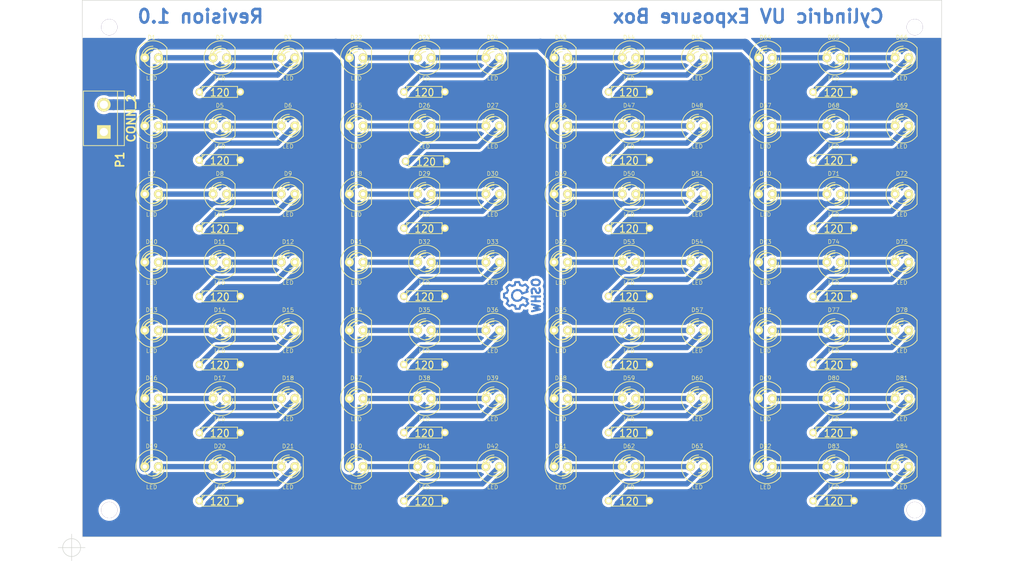
<source format=kicad_pcb>
(kicad_pcb (version 20221018) (generator pcbnew)
  (layers (0 "F.Cu" signal) (31 "B.Cu" signal) (34 "B.Paste" user) (35 "F.Paste" user) (36 "B.SilkS" user "B.Silkscreen") (37 "F.SilkS" user "F.Silkscreen") (38 "B.Mask" user) (39 "F.Mask" user) (44 "Edge.Cuts" user))
  (net 0 "")
  (net 1 "+12V")
  (net 2 "Net-(D1-Pad2)")
  (net 3 "Net-(D2-Pad2)")
  (net 4 "Net-(D3-Pad2)")
  (net 5 "Net-(D7-Pad2)")
  (net 6 "Net-(D8-Pad2)")
  (net 7 "Net-(D9-Pad2)")
  (net 8 "Net-(D13-Pad2)")
  (net 9 "Net-(D14-Pad2)")
  (net 10 "Net-(D15-Pad2)")
  (net 11 "Net-(D19-Pad2)")
  (net 12 "Net-(D20-Pad2)")
  (net 13 "Net-(D21-Pad2)")
  (net 14 "Net-(D25-Pad2)")
  (net 15 "Net-(D26-Pad2)")
  (net 16 "Net-(D27-Pad2)")
  (net 17 "Net-(D31-Pad2)")
  (net 18 "Net-(D32-Pad2)")
  (net 19 "Net-(D33-Pad2)")
  (net 20 "Net-(D37-Pad2)")
  (net 21 "Net-(D38-Pad2)")
  (net 22 "Net-(D39-Pad2)")
  (net 23 "Net-(D43-Pad2)")
  (net 24 "Net-(D44-Pad2)")
  (net 25 "Net-(D45-Pad2)")
  (net 26 "Net-(D49-Pad2)")
  (net 27 "Net-(D50-Pad2)")
  (net 28 "Net-(D51-Pad2)")
  (net 29 "Net-(D55-Pad2)")
  (net 30 "Net-(D56-Pad2)")
  (net 31 "Net-(D57-Pad2)")
  (net 32 "Net-(D61-Pad2)")
  (net 33 "Net-(D62-Pad2)")
  (net 34 "Net-(D63-Pad2)")
  (net 35 "Net-(D67-Pad2)")
  (net 36 "Net-(D68-Pad2)")
  (net 37 "Net-(D69-Pad2)")
  (net 38 "Net-(D73-Pad2)")
  (net 39 "Net-(D74-Pad2)")
  (net 40 "Net-(D75-Pad2)")
  (net 41 "Net-(D79-Pad2)")
  (net 42 "Net-(D80-Pad2)")
  (net 43 "Net-(D81-Pad2)")
  (net 44 "GND")
  (net 45 "Net-(D4-Pad2)")
  (net 46 "Net-(D5-Pad2)")
  (net 47 "Net-(D6-Pad2)")
  (net 48 "Net-(D10-Pad2)")
  (net 49 "Net-(D11-Pad2)")
  (net 50 "Net-(D12-Pad2)")
  (net 51 "Net-(D16-Pad2)")
  (net 52 "Net-(D17-Pad2)")
  (net 53 "Net-(D18-Pad2)")
  (net 54 "Net-(D22-Pad2)")
  (net 55 "Net-(D23-Pad2)")
  (net 56 "Net-(D24-Pad2)")
  (net 57 "Net-(D28-Pad2)")
  (net 58 "Net-(D29-Pad2)")
  (net 59 "Net-(D30-Pad2)")
  (net 60 "Net-(D34-Pad2)")
  (net 61 "Net-(D35-Pad2)")
  (net 62 "Net-(D36-Pad2)")
  (net 63 "Net-(D40-Pad2)")
  (net 64 "Net-(D41-Pad2)")
  (net 65 "Net-(D42-Pad2)")
  (net 66 "Net-(D46-Pad2)")
  (net 67 "Net-(D47-Pad2)")
  (net 68 "Net-(D48-Pad2)")
  (net 69 "Net-(D52-Pad2)")
  (net 70 "Net-(D53-Pad2)")
  (net 71 "Net-(D54-Pad2)")
  (net 72 "Net-(D58-Pad2)")
  (net 73 "Net-(D59-Pad2)")
  (net 74 "Net-(D60-Pad2)")
  (net 75 "Net-(D64-Pad2)")
  (net 76 "Net-(D65-Pad2)")
  (net 77 "Net-(D66-Pad2)")
  (net 78 "Net-(D70-Pad2)")
  (net 79 "Net-(D71-Pad2)")
  (net 80 "Net-(D72-Pad2)")
  (net 81 "Net-(D76-Pad2)")
  (net 82 "Net-(D77-Pad2)")
  (net 83 "Net-(D78-Pad2)")
  (net 84 "Net-(D82-Pad2)")
  (net 85 "Net-(D83-Pad2)")
  (net 86 "Net-(D84-Pad2)")
  (footprint "LEDs:LED-5MM" (layer "F.Cu") (at 34.925 98.425)
    (fp_text reference "D1")
    (fp_text value "LED")
  )
  (footprint "LEDs:LED-5MM" (layer "F.Cu") (at 47.625 98.425)
    (fp_text reference "D2")
    (fp_text value "LED")
  )
  (footprint "LEDs:LED-5MM" (layer "F.Cu") (at 60.325 98.425)
    (fp_text reference "D3")
    (fp_text value "LED")
  )
  (footprint "LEDs:LED-5MM" (layer "F.Cu") (at 34.925 123.825)
    (fp_text reference "D7")
    (fp_text value "LED")
  )
  (footprint "LEDs:LED-5MM" (layer "F.Cu") (at 47.625 123.825)
    (fp_text reference "D8")
    (fp_text value "LED")
  )
  (footprint "LEDs:LED-5MM" (layer "F.Cu") (at 60.325 123.825)
    (fp_text reference "D9")
    (fp_text value "LED")
  )
  (footprint "LEDs:LED-5MM" (layer "F.Cu") (at 34.925 149.225)
    (fp_text reference "D13")
    (fp_text value "LED")
  )
  (footprint "LEDs:LED-5MM" (layer "F.Cu") (at 47.625 149.225)
    (fp_text reference "D14")
    (fp_text value "LED")
  )
  (footprint "LEDs:LED-5MM" (layer "F.Cu") (at 60.325 149.225)
    (fp_text reference "D15")
    (fp_text value "LED")
  )
  (footprint "LEDs:LED-5MM" (layer "F.Cu") (at 34.925 174.625)
    (fp_text reference "D19")
    (fp_text value "LED")
  )
  (footprint "LEDs:LED-5MM" (layer "F.Cu") (at 47.625 174.625)
    (fp_text reference "D20")
    (fp_text value "LED")
  )
  (footprint "LEDs:LED-5MM" (layer "F.Cu") (at 60.325 174.625)
    (fp_text reference "D21")
    (fp_text value "LED")
  )
  (footprint "LEDs:LED-5MM" (layer "F.Cu") (at 73.025 111.125)
    (fp_text reference "D25")
    (fp_text value "LED")
  )
  (footprint "LEDs:LED-5MM" (layer "F.Cu") (at 85.725 111.125)
    (fp_text reference "D26")
    (fp_text value "LED")
  )
  (footprint "LEDs:LED-5MM" (layer "F.Cu") (at 98.425 111.125)
    (fp_text reference "D27")
    (fp_text value "LED")
  )
  (footprint "LEDs:LED-5MM" (layer "F.Cu") (at 73.025 136.525)
    (fp_text reference "D31")
    (fp_text value "LED")
  )
  (footprint "LEDs:LED-5MM" (layer "F.Cu") (at 85.725 136.525)
    (fp_text reference "D32")
    (fp_text value "LED")
  )
  (footprint "LEDs:LED-5MM" (layer "F.Cu") (at 98.425 136.525)
    (fp_text reference "D33")
    (fp_text value "LED")
  )
  (footprint "LEDs:LED-5MM" (layer "F.Cu") (at 73.025 161.925)
    (fp_text reference "D37")
    (fp_text value "LED")
  )
  (footprint "LEDs:LED-5MM" (layer "F.Cu") (at 85.725 161.925)
    (fp_text reference "D38")
    (fp_text value "LED")
  )
  (footprint "LEDs:LED-5MM" (layer "F.Cu") (at 98.425 161.925)
    (fp_text reference "D39")
    (fp_text value "LED")
  )
  (footprint "LEDs:LED-5MM" (layer "F.Cu") (at 111.125 98.425)
    (fp_text reference "D43")
    (fp_text value "LED")
  )
  (footprint "LEDs:LED-5MM" (layer "F.Cu") (at 123.825 98.425)
    (fp_text reference "D44")
    (fp_text value "LED")
  )
  (footprint "LEDs:LED-5MM" (layer "F.Cu") (at 136.525 98.425)
    (fp_text reference "D45")
    (fp_text value "LED")
  )
  (footprint "LEDs:LED-5MM" (layer "F.Cu") (at 111.125 123.825)
    (fp_text reference "D49")
    (fp_text value "LED")
  )
  (footprint "LEDs:LED-5MM" (layer "F.Cu") (at 123.825 123.825)
    (fp_text reference "D50")
    (fp_text value "LED")
  )
  (footprint "LEDs:LED-5MM" (layer "F.Cu") (at 136.525 123.825)
    (fp_text reference "D51")
    (fp_text value "LED")
  )
  (footprint "LEDs:LED-5MM" (layer "F.Cu") (at 111.125 149.225)
    (fp_text reference "D55")
    (fp_text value "LED")
  )
  (footprint "LEDs:LED-5MM" (layer "F.Cu") (at 123.825 149.225)
    (fp_text reference "D56")
    (fp_text value "LED")
  )
  (footprint "LEDs:LED-5MM" (layer "F.Cu") (at 136.525 149.225)
    (fp_text reference "D57")
    (fp_text value "LED")
  )
  (footprint "LEDs:LED-5MM" (layer "F.Cu") (at 111.125 174.625)
    (fp_text reference "D61")
    (fp_text value "LED")
  )
  (footprint "LEDs:LED-5MM" (layer "F.Cu") (at 123.825 174.625)
    (fp_text reference "D62")
    (fp_text value "LED")
  )
  (footprint "LEDs:LED-5MM" (layer "F.Cu") (at 136.525 174.625)
    (fp_text reference "D63")
    (fp_text value "LED")
  )
  (footprint "LEDs:LED-5MM" (layer "F.Cu") (at 149.225 111.125)
    (fp_text reference "D67")
    (fp_text value "LED")
  )
  (footprint "LEDs:LED-5MM" (layer "F.Cu") (at 161.925 111.125)
    (fp_text reference "D68")
    (fp_text value "LED")
  )
  (footprint "LEDs:LED-5MM" (layer "F.Cu") (at 174.625 111.125)
    (fp_text reference "D69")
    (fp_text value "LED")
  )
  (footprint "LEDs:LED-5MM" (layer "F.Cu") (at 149.225 136.525)
    (fp_text reference "D73")
    (fp_text value "LED")
  )
  (footprint "LEDs:LED-5MM" (layer "F.Cu") (at 161.925 136.525)
    (fp_text reference "D74")
    (fp_text value "LED")
  )
  (footprint "LEDs:LED-5MM" (layer "F.Cu") (at 174.625 136.525)
    (fp_text reference "D75")
    (fp_text value "LED")
  )
  (footprint "LEDs:LED-5MM" (layer "F.Cu") (at 149.225 161.925)
    (fp_text reference "D79")
    (fp_text value "LED")
  )
  (footprint "LEDs:LED-5MM" (layer "F.Cu") (at 161.925 161.925)
    (fp_text reference "D80")
    (fp_text value "LED")
  )
  (footprint "LEDs:LED-5MM" (layer "F.Cu") (at 174.625 161.925)
    (fp_text reference "D81")
    (fp_text value "LED")
  )
  (footprint "Discret:R3" (layer "F.Cu") (at 47.625 130.1877)
    (fp_text reference "R3" hide)
    (fp_text value "120")
  )
  (footprint "Discret:R3" (layer "F.Cu") (at 47.625 155.5877)
    (fp_text reference "R5" hide)
    (fp_text value "120")
  )
  (footprint "Discret:R3" (layer "F.Cu") (at 47.625 180.9877)
    (fp_text reference "R7" hide)
    (fp_text value "120")
  )
  (footprint "Discret:R3" (layer "F.Cu") (at 86.035 117.7114)
    (fp_text reference "R9" hide)
    (fp_text value "120")
  )
  (footprint "Discret:R3" (layer "F.Cu") (at 85.725 142.875)
    (fp_text reference "R11" hide)
    (fp_text value "120")
  )
  (footprint "Discret:R3" (layer "F.Cu") (at 85.725 168.275)
    (fp_text reference "R13" hide)
    (fp_text value "120")
  )
  (footprint "Discret:R3" (layer "F.Cu") (at 123.825 104.775)
    (fp_text reference "R15" hide)
    (fp_text value "120")
  )
  (footprint "Discret:R3" (layer "F.Cu") (at 123.825 130.175)
    (fp_text reference "R17" hide)
    (fp_text value "120")
  )
  (footprint "Discret:R3" (layer "F.Cu") (at 123.825 155.575)
    (fp_text reference "R19" hide)
    (fp_text value "120")
  )
  (footprint "Discret:R3" (layer "F.Cu") (at 123.825 180.975)
    (fp_text reference "R21" hide)
    (fp_text value "120")
  )
  (footprint "Discret:R3" (layer "F.Cu") (at 161.925 117.475)
    (fp_text reference "R23" hide)
    (fp_text value "120")
  )
  (footprint "Discret:R3" (layer "F.Cu") (at 161.925 142.875)
    (fp_text reference "R25" hide)
    (fp_text value "120")
  )
  (footprint "Discret:R3" (layer "F.Cu") (at 161.925 168.275)
    (fp_text reference "R27" hide)
    (fp_text value "120")
  )
  (footprint "LEDs:LED-5MM" (layer "F.Cu") (at 34.925 111.125)
    (fp_text reference "D4")
    (fp_text value "LED")
  )
  (footprint "LEDs:LED-5MM" (layer "F.Cu") (at 47.625 111.125)
    (fp_text reference "D5")
    (fp_text value "LED")
  )
  (footprint "LEDs:LED-5MM" (layer "F.Cu") (at 60.325 111.125)
    (fp_text reference "D6")
    (fp_text value "LED")
  )
  (footprint "LEDs:LED-5MM" (layer "F.Cu") (at 34.925 136.525)
    (fp_text reference "D10")
    (fp_text value "LED")
  )
  (footprint "LEDs:LED-5MM" (layer "F.Cu") (at 47.625 136.525)
    (fp_text reference "D11")
    (fp_text value "LED")
  )
  (footprint "LEDs:LED-5MM" (layer "F.Cu") (at 60.325 136.525)
    (fp_text reference "D12")
    (fp_text value "LED")
  )
  (footprint "LEDs:LED-5MM" (layer "F.Cu") (at 34.925 161.925)
    (fp_text reference "D16")
    (fp_text value "LED")
  )
  (footprint "LEDs:LED-5MM" (layer "F.Cu") (at 47.625 161.925)
    (fp_text reference "D17")
    (fp_text value "LED")
  )
  (footprint "LEDs:LED-5MM" (layer "F.Cu") (at 60.325 161.925)
    (fp_text reference "D18")
    (fp_text value "LED")
  )
  (footprint "LEDs:LED-5MM" (layer "F.Cu") (at 73.025 98.425)
    (fp_text reference "D22")
    (fp_text value "LED")
  )
  (footprint "LEDs:LED-5MM" (layer "F.Cu") (at 85.725 98.425)
    (fp_text reference "D23")
    (fp_text value "LED")
  )
  (footprint "LEDs:LED-5MM" (layer "F.Cu") (at 98.425 98.425)
    (fp_text reference "D24")
    (fp_text value "LED")
  )
  (footprint "LEDs:LED-5MM" (layer "F.Cu") (at 73.025 123.825)
    (fp_text reference "D28")
    (fp_text value "LED")
  )
  (footprint "LEDs:LED-5MM" (layer "F.Cu") (at 85.725 123.825)
    (fp_text reference "D29")
    (fp_text value "LED")
  )
  (footprint "LEDs:LED-5MM" (layer "F.Cu") (at 98.425 123.825)
    (fp_text reference "D30")
    (fp_text value "LED")
  )
  (footprint "LEDs:LED-5MM" (layer "F.Cu") (at 73.025 149.225)
    (fp_text reference "D34")
    (fp_text value "LED")
  )
  (footprint "LEDs:LED-5MM" (layer "F.Cu") (at 85.725 149.225)
    (fp_text reference "D35")
    (fp_text value "LED")
  )
  (footprint "LEDs:LED-5MM" (layer "F.Cu") (at 98.425 149.225)
    (fp_text reference "D36")
    (fp_text value "LED")
  )
  (footprint "LEDs:LED-5MM" (layer "F.Cu") (at 73.025 174.625)
    (fp_text reference "D40")
    (fp_text value "LED")
  )
  (footprint "LEDs:LED-5MM" (layer "F.Cu") (at 85.725 174.625)
    (fp_text reference "D41")
    (fp_text value "LED")
  )
  (footprint "LEDs:LED-5MM" (layer "F.Cu") (at 98.425 174.625)
    (fp_text reference "D42")
    (fp_text value "LED")
  )
  (footprint "LEDs:LED-5MM" (layer "F.Cu") (at 111.125 111.125)
    (fp_text reference "D46")
    (fp_text value "LED")
  )
  (footprint "LEDs:LED-5MM" (layer "F.Cu") (at 123.825 111.125)
    (fp_text reference "D47")
    (fp_text value "LED")
  )
  (footprint "LEDs:LED-5MM" (layer "F.Cu") (at 136.525 111.125)
    (fp_text reference "D48")
    (fp_text value "LED")
  )
  (footprint "LEDs:LED-5MM" (layer "F.Cu") (at 111.125 136.525)
    (fp_text reference "D52")
    (fp_text value "LED")
  )
  (footprint "LEDs:LED-5MM" (layer "F.Cu") (at 123.825 136.525)
    (fp_text reference "D53")
    (fp_text value "LED")
  )
  (footprint "LEDs:LED-5MM" (layer "F.Cu") (at 136.525 136.525)
    (fp_text reference "D54")
    (fp_text value "LED")
  )
  (footprint "LEDs:LED-5MM" (layer "F.Cu") (at 111.125 161.925)
    (fp_text reference "D58")
    (fp_text value "LED")
  )
  (footprint "LEDs:LED-5MM" (layer "F.Cu") (at 123.825 161.925)
    (fp_text reference "D59")
    (fp_text value "LED")
  )
  (footprint "LEDs:LED-5MM" (layer "F.Cu") (at 136.525 161.925)
    (fp_text reference "D60")
    (fp_text value "LED")
  )
  (footprint "LEDs:LED-5MM" (layer "F.Cu") (at 149.225 98.425)
    (fp_text reference "D64")
    (fp_text value "LED")
  )
  (footprint "LEDs:LED-5MM" (layer "F.Cu") (at 161.925 98.425)
    (fp_text reference "D65")
    (fp_text value "LED")
  )
  (footprint "LEDs:LED-5MM" (layer "F.Cu") (at 174.625 98.425)
    (fp_text reference "D66")
    (fp_text value "LED")
  )
  (footprint "LEDs:LED-5MM" (layer "F.Cu") (at 149.225 123.825)
    (fp_text reference "D70")
    (fp_text value "LED")
  )
  (footprint "LEDs:LED-5MM" (layer "F.Cu") (at 161.925 123.825)
    (fp_text reference "D71")
    (fp_text value "LED")
  )
  (footprint "LEDs:LED-5MM" (layer "F.Cu") (at 174.625 123.825)
    (fp_text reference "D72")
    (fp_text value "LED")
  )
  (footprint "LEDs:LED-5MM" (layer "F.Cu") (at 149.225 149.225)
    (fp_text reference "D76")
    (fp_text value "LED")
  )
  (footprint "LEDs:LED-5MM" (layer "F.Cu") (at 161.925 149.225)
    (fp_text reference "D77")
    (fp_text value "LED")
  )
  (footprint "LEDs:LED-5MM" (layer "F.Cu") (at 174.625 149.225)
    (fp_text reference "D78")
    (fp_text value "LED")
  )
  (footprint "LEDs:LED-5MM" (layer "F.Cu") (at 149.225 174.625)
    (fp_text reference "D82")
    (fp_text value "LED")
  )
  (footprint "LEDs:LED-5MM" (layer "F.Cu") (at 161.925 174.625)
    (fp_text reference "D83")
    (fp_text value "LED")
  )
  (footprint "LEDs:LED-5MM" (layer "F.Cu") (at 174.625 174.625)
    (fp_text reference "D84")
    (fp_text value "LED")
  )
  (footprint "Discret:R3" (layer "F.Cu") (at 47.625 142.8877)
    (fp_text reference "R4" hide)
    (fp_text value "120")
  )
  (footprint "Discret:R3" (layer "F.Cu") (at 47.625 168.2877)
    (fp_text reference "R6" hide)
    (fp_text value "120")
  )
  (footprint "Discret:R3" (layer "F.Cu") (at 85.725 104.775)
    (fp_text reference "R8" hide)
    (fp_text value "120")
  )
  (footprint "Discret:R3" (layer "F.Cu") (at 85.725 130.175)
    (fp_text reference "R10" hide)
    (fp_text value "120")
  )
  (footprint "Discret:R3" (layer "F.Cu") (at 85.725 155.575)
    (fp_text reference "R12" hide)
    (fp_text value "120")
  )
  (footprint "Discret:R3" (layer "F.Cu") (at 85.725 181.0004)
    (fp_text reference "R14" hide)
    (fp_text value "120")
  )
  (footprint "Discret:R3" (layer "F.Cu") (at 123.825 117.475)
    (fp_text reference "R16" hide)
    (fp_text value "120")
  )
  (footprint "Discret:R3" (layer "F.Cu") (at 123.825 142.875)
    (fp_text reference "R18" hide)
    (fp_text value "120")
  )
  (footprint "Discret:R3" (layer "F.Cu") (at 123.825 168.275)
    (fp_text reference "R20" hide)
    (fp_text value "120")
  )
  (footprint "Discret:R3" (layer "F.Cu") (at 161.925 130.175)
    (fp_text reference "R24" hide)
    (fp_text value "120")
  )
  (footprint "Discret:R3" (layer "F.Cu") (at 161.925 155.575)
    (fp_text reference "R26" hide)
    (fp_text value "120")
  )
  (footprint "Discret:R3" (layer "F.Cu") (at 161.925 180.975)
    (fp_text reference "R28" hide)
    (fp_text value "120")
  )
  (footprint "Discret:R3" (layer "F.Cu") (at 47.625 104.7877)
    (fp_text reference "R1" hide)
    (fp_text value "120")
  )
  (footprint "Discret:R3" (layer "F.Cu") (at 47.625 117.4877)
    (fp_text reference "R2" hide)
    (fp_text value "120")
  )
  (footprint "Connect:bornier2" (layer "F.Cu") (at 26.035 109.7114 90)
    (fp_text reference "P1")
    (fp_text value "CONN_2")
  )
  (footprint "Discret:R3" (layer "F.Cu") (at 161.925 104.8004)
    (fp_text reference "R22" hide)
    (fp_text value "120")
  )
  (footprint "Mounting_Holes:MountingHole_3mm" (layer "F.Cu") (at 177.035 182.7114)
    (fp_text reference "MountingHole_3mm")
    (fp_text value "VAL**" hide)
  )
  (footprint "Mounting_Holes:MountingHole_3mm" (layer "F.Cu") (at 177.035 92.7114)
    (fp_text reference "MountingHole_3mm")
    (fp_text value "VAL**" hide)
  )
  (footprint "Mounting_Holes:MountingHole_3mm" (layer "F.Cu") (at 27.035 92.7114)
    (fp_text reference "MountingHole_3mm")
    (fp_text value "VAL**" hide)
  )
  (footprint "Mounting_Holes:MountingHole_3mm" (layer "F.Cu") (at 27.035 182.7114)
    (fp_text reference "MountingHole_3mm")
    (fp_text value "VAL**" hide)
  )
  (footprint "Symbols:Symbol_OSHW-Logo_CopperTop" (layer "B.Cu") (at 103.035 142.7114 -90)
    (fp_text reference "Symbol_OSHW-Logo_CopperTop" hide)
    (fp_text value "VAL**" hide)
  )
  (gr_line (start 22.03 87.706) (end 22.03 187.706) (stroke (width 0.1)) (layer "Edge.Cuts"))
  (gr_line (start 182.03 87.706) (end 22.03 87.706) (stroke (width 0.1)) (layer "Edge.Cuts"))
  (gr_line (start 22.03 187.706) (end 182.03 187.706) (stroke (width 0.1)) (layer "Edge.Cuts"))
  (gr_line (start 182.03 187.706) (end 182.03 87.706) (stroke (width 0.1)) (layer "Edge.Cuts"))
  (gr_text "Revision 1.0" (at 44.035 90.7114) (layer "B.Cu") (effects (font (size 2.5 2.5) (thickness 0.5)) (justify mirror)))
  (gr_text "Cylindric UV Exposure Box" (at 146.035 90.7114) (layer "B.Cu") (effects (font (size 2.5 2.5) (thickness 0.5)) (justify mirror)))
  (target plus (at 20.035 189.7114) (size 5) (width 0.1) (layer "Edge.Cuts"))
  (segment (start 33.655 136.525) (end 33.655 149.225) (width 2) (layer "B.Cu") (net 1))
  (segment (start 33.655 149.225) (end 33.655 161.925) (width 2) (layer "B.Cu") (net 1))
  (segment (start 33.655 161.925) (end 33.655 174.625) (width 2) (layer "B.Cu") (net 1))
  (segment (start 71.755 111.125) (end 71.755 123.825) (width 2) (layer "B.Cu") (net 1))
  (segment (start 71.755 123.825) (end 71.755 136.525) (width 2) (layer "B.Cu") (net 1))
  (segment (start 71.755 136.525) (end 71.755 149.225) (width 2) (layer "B.Cu") (net 1))
  (segment (start 71.755 149.225) (end 71.755 161.925) (width 2) (layer "B.Cu") (net 1))
  (segment (start 71.755 161.925) (end 71.755 174.625) (width 2) (layer "B.Cu") (net 1))
  (segment (start 36.195 95.885) (end 69.215 95.885) (width 2) (layer "B.Cu") (net 1))
  (segment (start 69.215 95.885) (end 71.755 98.425) (width 2) (layer "B.Cu") (net 1))
  (segment (start 107.315 95.885) (end 109.855 98.425) (width 2) (layer "B.Cu") (net 1))
  (segment (start 145.415 95.885) (end 147.955 98.425) (width 2) (layer "B.Cu") (net 1))
  (segment (start 109.855 123.825) (end 109.855 136.525) (width 2) (layer "B.Cu") (net 1))
  (segment (start 109.855 136.525) (end 109.855 149.225) (width 2) (layer "B.Cu") (net 1))
  (segment (start 109.855 149.225) (end 109.855 161.925) (width 2) (layer "B.Cu") (net 1))
  (segment (start 109.855 161.925) (end 109.855 174.625) (width 2) (layer "B.Cu") (net 1))
  (segment (start 147.955 136.525) (end 147.955 149.225) (width 2) (layer "B.Cu") (net 1))
  (segment (start 147.955 149.225) (end 147.955 161.925) (width 2) (layer "B.Cu") (net 1))
  (segment (start 33.655 98.425) (end 33.655 97.239607) (width 2) (layer "B.Cu") (net 1))
  (segment (start 147.955 123.825) (end 147.955 136.525) (width 2) (layer "B.Cu") (net 1))
  (segment (start 33.655 97.239607) (end 35.009607 95.885) (width 2) (layer "B.Cu") (net 1))
  (segment (start 107.315 95.885) (end 145.415 95.885) (width 2) (layer "B.Cu") (net 1))
  (segment (start 109.855 111.125) (end 109.855 123.825) (width 2) (layer "B.Cu") (net 1))
  (segment (start 33.655 123.825) (end 33.655 136.525) (width 2) (layer "B.Cu") (net 1))
  (segment (start 33.655 98.425) (end 33.655 107.1626) (width 2) (layer "B.Cu") (net 1))
  (segment (start 147.955 161.925) (end 147.955 174.625) (width 2) (layer "B.Cu") (net 1))
  (segment (start 71.755 98.425) (end 71.755 111.125) (width 2) (layer "B.Cu") (net 1))
  (segment (start 109.855 98.425) (end 109.855 111.125) (width 2) (layer "B.Cu") (net 1))
  (segment (start 35.009607 95.885) (end 36.195 95.885) (width 2) (layer "B.Cu") (net 1))
  (segment (start 69.215 95.885) (end 107.315 95.885) (width 2) (layer "B.Cu") (net 1))
  (segment (start 147.955 111.125) (end 147.955 123.825) (width 2) (layer "B.Cu") (net 1))
  (segment (start 147.955 98.425) (end 147.955 111.125) (width 2) (layer "B.Cu") (net 1))
  (segment (start 27.831051 107.1714) (end 27.839851 107.1626) (width 2) (layer "B.Cu") (net 1))
  (segment (start 26.035 107.1714) (end 27.831051 107.1714) (width 2) (layer "B.Cu") (net 1))
  (segment (start 33.655 107.1626) (end 33.655 111.125) (width 2) (layer "B.Cu") (net 1))
  (segment (start 27.839851 107.1626) (end 33.655 107.1626) (width 2) (layer "B.Cu") (net 1))
  (segment (start 33.655 111.125) (end 33.655 123.825) (width 2) (layer "B.Cu") (net 1))
  (segment (start 36.195 98.425) (end 46.355 98.425) (width 1) (layer "B.Cu") (net 2))
  (segment (start 48.895 98.425) (end 59.055 98.425) (width 1) (layer "B.Cu") (net 3))
  (segment (start 58.3946 101.6254) (end 46.9773 101.6254) (width 1) (layer "B.Cu") (net 4))
  (segment (start 46.9773 101.6254) (end 44.513499 104.089201) (width 1) (layer "B.Cu") (net 4))
  (segment (start 44.513499 104.089201) (end 43.815 104.7877) (width 1) (layer "B.Cu") (net 4))
  (segment (start 61.595 98.425) (end 58.3946 101.6254) (width 1) (layer "B.Cu") (net 4))
  (segment (start 36.195 123.825) (end 46.355 123.825) (width 1) (layer "B.Cu") (net 5))
  (segment (start 59.055 123.825) (end 48.895 123.825) (width 1) (layer "B.Cu") (net 6))
  (segment (start 44.513499 129.489201) (end 43.815 130.1877) (width 1) (layer "B.Cu") (net 7))
  (segment (start 47.1043 126.8984) (end 44.513499 129.489201) (width 1) (layer "B.Cu") (net 7))
  (segment (start 58.5216 126.8984) (end 47.1043 126.8984) (width 1) (layer "B.Cu") (net 7))
  (segment (start 61.595 123.825) (end 58.5216 126.8984) (width 1) (layer "B.Cu") (net 7))
  (segment (start 36.195 149.225) (end 46.355 149.225) (width 1) (layer "B.Cu") (net 8))
  (segment (start 48.895 149.225) (end 59.055 149.225) (width 1) (layer "B.Cu") (net 9))
  (segment (start 61.595 149.225) (end 58.3946 152.4254) (width 1) (layer "B.Cu") (net 10))
  (segment (start 58.3946 152.4254) (end 46.9773 152.4254) (width 1) (layer "B.Cu") (net 10))
  (segment (start 44.513499 154.889201) (end 43.815 155.5877) (width 1) (layer "B.Cu") (net 10))
  (segment (start 46.9773 152.4254) (end 44.513499 154.889201) (width 1) (layer "B.Cu") (net 10))
  (segment (start 36.195 174.625) (end 46.355 174.625) (width 1) (layer "B.Cu") (net 11))
  (segment (start 48.895 174.625) (end 59.055 174.625) (width 1) (layer "B.Cu") (net 12))
  (segment (start 61.595 174.625) (end 58.3946 177.8254) (width 1) (layer "B.Cu") (net 13))
  (segment (start 58.3946 177.8254) (end 46.9773 177.8254) (width 1) (layer "B.Cu") (net 13))
  (segment (start 44.513499 180.289201) (end 43.815 180.9877) (width 1) (layer "B.Cu") (net 13))
  (segment (start 46.9773 177.8254) (end 44.513499 180.289201) (width 1) (layer "B.Cu") (net 13))
  (segment (start 74.295 111.125) (end 84.455 111.125) (width 1) (layer "B.Cu") (net 14))
  (segment (start 86.995 111.125) (end 97.155 111.125) (width 1) (layer "B.Cu") (net 15))
  (segment (start 95.8596 114.9604) (end 85.6996 114.9604) (width 1) (layer "B.Cu") (net 16))
  (segment (start 82.613499 118.046501) (end 82.225 117.7114) (width 1) (layer "B.Cu") (net 16))
  (segment (start 85.6996 114.9604) (end 82.613499 118.046501) (width 1) (layer "B.Cu") (net 16))
  (segment (start 99.695 111.125) (end 95.8596 114.9604) (width 1) (layer "B.Cu") (net 16))
  (segment (start 74.295 136.525) (end 84.455 136.525) (width 1) (layer "B.Cu") (net 17))
  (segment (start 86.995 136.525) (end 97.155 136.525) (width 1) (layer "B.Cu") (net 18))
  (segment (start 96.4946 139.7254) (end 85.0646 139.7254) (width 1) (layer "B.Cu") (net 19))
  (segment (start 99.695 136.525) (end 96.4946 139.7254) (width 1) (layer "B.Cu") (net 19))
  (segment (start 82.613499 142.176501) (end 81.915 142.875) (width 1) (layer "B.Cu") (net 19))
  (segment (start 85.0646 139.7254) (end 82.613499 142.176501) (width 1) (layer "B.Cu") (net 19))
  (segment (start 74.295 161.925) (end 84.455 161.925) (width 1) (layer "B.Cu") (net 20))
  (segment (start 86.995 161.925) (end 97.155 161.925) (width 1) (layer "B.Cu") (net 21))
  (segment (start 99.695 161.925) (end 96.4946 165.1254) (width 1) (layer "B.Cu") (net 22))
  (segment (start 85.0646 165.1254) (end 82.613499 167.576501) (width 1) (layer "B.Cu") (net 22))
  (segment (start 82.613499 167.576501) (end 81.915 168.275) (width 1) (layer "B.Cu") (net 22))
  (segment (start 96.4946 165.1254) (end 85.0646 165.1254) (width 1) (layer "B.Cu") (net 22))
  (segment (start 112.395 98.425) (end 122.555 98.425) (width 1) (layer "B.Cu") (net 23))
  (segment (start 125.095 98.425) (end 135.255 98.425) (width 1) (layer "B.Cu") (net 24))
  (segment (start 123.1646 101.6254) (end 120.713499 104.076501) (width 1) (layer "B.Cu") (net 25))
  (segment (start 134.5946 101.6254) (end 123.1646 101.6254) (width 1) (layer "B.Cu") (net 25))
  (segment (start 120.713499 104.076501) (end 120.015 104.775) (width 1) (layer "B.Cu") (net 25))
  (segment (start 137.795 98.425) (end 134.5946 101.6254) (width 1) (layer "B.Cu") (net 25))
  (segment (start 112.395 123.825) (end 122.555 123.825) (width 1) (layer "B.Cu") (net 26))
  (segment (start 125.095 123.825) (end 135.255 123.825) (width 1) (layer "B.Cu") (net 27))
  (segment (start 134.5946 127.0254) (end 123.1646 127.0254) (width 1) (layer "B.Cu") (net 28))
  (segment (start 137.795 123.825) (end 134.5946 127.0254) (width 1) (layer "B.Cu") (net 28))
  (segment (start 123.1646 127.0254) (end 120.713499 129.476501) (width 1) (layer "B.Cu") (net 28))
  (segment (start 120.713499 129.476501) (end 120.015 130.175) (width 1) (layer "B.Cu") (net 28))
  (segment (start 112.395 149.225) (end 122.555 149.225) (width 1) (layer "B.Cu") (net 29))
  (segment (start 125.095 149.225) (end 135.255 149.225) (width 1) (layer "B.Cu") (net 30))
  (segment (start 123.1646 152.4254) (end 120.713499 154.876501) (width 1) (layer "B.Cu") (net 31))
  (segment (start 120.713499 154.876501) (end 120.015 155.575) (width 1) (layer "B.Cu") (net 31))
  (segment (start 134.5946 152.4254) (end 123.1646 152.4254) (width 1) (layer "B.Cu") (net 31))
  (segment (start 137.795 149.225) (end 134.5946 152.4254) (width 1) (layer "B.Cu") (net 31))
  (segment (start 122.555 174.625) (end 112.395 174.625) (width 1) (layer "B.Cu") (net 32))
  (segment (start 125.095 174.625) (end 135.255 174.625) (width 1) (layer "B.Cu") (net 33))
  (segment (start 137.795 174.625) (end 134.5946 177.8254) (width 1) (layer "B.Cu") (net 34))
  (segment (start 123.1646 177.8254) (end 120.713499 180.276501) (width 1) (layer "B.Cu") (net 34))
  (segment (start 134.5946 177.8254) (end 123.1646 177.8254) (width 1) (layer "B.Cu") (net 34))
  (segment (start 120.713499 180.276501) (end 120.015 180.975) (width 1) (layer "B.Cu") (net 34))
  (segment (start 150.495 111.125) (end 160.655 111.125) (width 1) (layer "B.Cu") (net 35))
  (segment (start 163.195 111.125) (end 173.355 111.125) (width 1) (layer "B.Cu") (net 36))
  (segment (start 175.895 111.125) (end 172.6946 114.3254) (width 1) (layer "B.Cu") (net 37))
  (segment (start 161.2646 114.3254) (end 158.813499 116.776501) (width 1) (layer "B.Cu") (net 37))
  (segment (start 158.813499 116.776501) (end 158.115 117.475) (width 1) (layer "B.Cu") (net 37))
  (segment (start 172.6946 114.3254) (end 161.2646 114.3254) (width 1) (layer "B.Cu") (net 37))
  (segment (start 150.495 136.525) (end 160.655 136.525) (width 1) (layer "B.Cu") (net 38))
  (segment (start 163.195 136.525) (end 173.355 136.525) (width 1) (layer "B.Cu") (net 39))
  (segment (start 158.813499 142.176501) (end 158.115 142.875) (width 1) (layer "B.Cu") (net 40))
  (segment (start 161.2646 139.7254) (end 158.813499 142.176501) (width 1) (layer "B.Cu") (net 40))
  (segment (start 172.6946 139.7254) (end 161.2646 139.7254) (width 1) (layer "B.Cu") (net 40))
  (segment (start 175.895 136.525) (end 172.6946 139.7254) (width 1) (layer "B.Cu") (net 40))
  (segment (start 160.655 161.925) (end 150.495 161.925) (width 1) (layer "B.Cu") (net 41))
  (segment (start 163.195 161.925) (end 173.355 161.925) (width 1) (layer "B.Cu") (net 42))
  (segment (start 172.6946 165.1254) (end 161.2646 165.1254) (width 1) (layer "B.Cu") (net 43))
  (segment (start 161.2646 165.1254) (end 158.813499 167.576501) (width 1) (layer "B.Cu") (net 43))
  (segment (start 175.895 161.925) (end 172.6946 165.1254) (width 1) (layer "B.Cu") (net 43))
  (segment (start 158.813499 167.576501) (end 158.115 168.275) (width 1) (layer "B.Cu") (net 43))
  (segment (start 128.622828 180.975) (end 127.635 180.975) (width 2) (layer "B.Cu") (net 44))
  (segment (start 171.901458 117.475) (end 166.722828 117.475) (width 2) (layer "B.Cu") (net 44))
  (segment (start 51.435 180.9877) (end 51.435 183.46166) (width 2) (layer "B.Cu") (net 44))
  (segment (start 133.801458 142.875) (end 128.622828 142.875) (width 2) (layer "B.Cu") (net 44))
  (segment (start 101.787201 148.220743) (end 101.787201 150.229257) (width 2) (layer "B.Cu") (net 44))
  (segment (start 58.328758 142.8877) (end 52.422828 142.8877) (width 2) (layer "B.Cu") (net 44))
  (segment (start 177.487201 111.889257) (end 171.901458 117.475) (width 1) (layer "B.Cu") (net 44))
  (segment (start 177.487201 124.589257) (end 171.901458 130.175) (width 1) (layer "B.Cu") (net 44))
  (segment (start 51.435 130.1877) (end 58.354158 130.1877) (width 2) (layer "B.Cu") (net 44))
  (segment (start 58.328758 142.8877) (end 63.687201 148.246143) (width 2) (layer "B.Cu") (net 44))
  (segment (start 96.441458 168.275) (end 101.787201 173.620743) (width 2) (layer "B.Cu") (net 44))
  (segment (start 52.422828 180.9877) (end 51.435 180.9877) (width 2) (layer "B.Cu") (net 44))
  (segment (start 177.487201 123.060743) (end 177.487201 124.589257) (width 1) (layer "B.Cu") (net 44))
  (segment (start 58.328758 168.2877) (end 52.422828 168.2877) (width 2) (layer "B.Cu") (net 44))
  (segment (start 57.588758 168.2877) (end 52.422828 168.2877) (width 1) (layer "B.Cu") (net 44))
  (segment (start 177.487201 175.389257) (end 171.901458 180.975) (width 1) (layer "B.Cu") (net 44))
  (segment (start 51.435 155.5877) (end 58.354158 155.5877) (width 2) (layer "B.Cu") (net 44))
  (segment (start 51.435 142.8877) (end 57.614158 142.8877) (width 2) (layer "B.Cu") (net 44))
  (segment (start 101.787201 160.920743) (end 101.787201 162.929257) (width 2) (layer "B.Cu") (net 44))
  (segment (start 171.901458 180.975) (end 166.722828 180.975) (width 2) (layer "B.Cu") (net 44))
  (segment (start 127.635 142.875) (end 134.541458 142.875) (width 2) (layer "B.Cu") (net 44))
  (segment (start 57.588758 155.5877) (end 52.422828 155.5877) (width 2) (layer "B.Cu") (net 44))
  (segment (start 96.205058 117.7114) (end 90.832828 117.7114) (width 2) (layer "B.Cu") (net 44))
  (segment (start 127.635 155.575) (end 133.801458 155.575) (width 2) (layer "B.Cu") (net 44))
  (segment (start 37.035 183.7114) (end 51.18526 183.7114) (width 2) (layer "B.Cu") (net 44))
  (segment (start 134.541458 142.875) (end 128.622828 142.875) (width 2) (layer "B.Cu") (net 44))
  (segment (start 139.887201 173.620743) (end 134.541458 168.275) (width 2) (layer "B.Cu") (net 44))
  (segment (start 89.535 181.0004) (end 89.535 183.36006) (width 2) (layer "B.Cu") (net 44))
  (segment (start 166.722828 168.275) (end 165.735 168.275) (width 2) (layer "B.Cu") (net 44))
  (segment (start 133.801458 155.575) (end 139.387201 149.989257) (width 1) (layer "B.Cu") (net 44))
  (segment (start 134.541458 142.875) (end 139.887201 148.220743) (width 2) (layer "B.Cu") (net 44))
  (segment (start 165.735 104.8004) (end 172.666858 104.8004) (width 2) (layer "B.Cu") (net 44))
  (segment (start 58.328758 142.8877) (end 57.588758 142.8877) (width 2) (layer "B.Cu") (net 44))
  (segment (start 172.666858 104.8004) (end 177.987201 110.120743) (width 2) (layer "B.Cu") (net 44))
  (segment (start 177.987201 150.229257) (end 172.641458 155.575) (width 2) (layer "B.Cu") (net 44))
  (segment (start 58.328758 180.9877) (end 52.422828 180.9877) (width 2) (layer "B.Cu") (net 44))
  (segment (start 127.635 104.775) (end 133.801458 104.775) (width 1) (layer "B.Cu") (net 44))
  (segment (start 128.622828 168.275) (end 127.635 168.275) (width 2) (layer "B.Cu") (net 44))
  (segment (start 51.435 142.8877) (end 57.588758 142.8877) (width 2) (layer "B.Cu") (net 44))
  (segment (start 51.57806 183.7114) (end 89.18366 183.7114) (width 2) (layer "B.Cu") (net 44))
  (segment (start 165.735 130.175) (end 172.641458 130.175) (width 2) (layer "B.Cu") (net 44))
  (segment (start 51.435 155.5877) (end 57.614158 155.5877) (width 2) (layer "B.Cu") (net 44))
  (segment (start 165.735 180.975) (end 162.9986 183.7114) (width 2) (layer "B.Cu") (net 44))
  (segment (start 139.387201 161.160743) (end 139.387201 162.689257) (width 1) (layer "B.Cu") (net 44))
  (segment (start 89.535 168.275) (end 96.441458 168.275) (width 2) (layer "B.Cu") (net 44))
  (segment (start 63.187201 137.289257) (end 63.187201 135.760743) (width 1) (layer "B.Cu") (net 44))
  (segment (start 51.435 183.46166) (end 51.38166 183.515) (width 2) (layer "B.Cu") (net 44))
  (segment (start 166.722828 155.575) (end 165.735 155.575) (width 2) (layer "B.Cu") (net 44))
  (segment (start 26.035 112.2514) (end 26.035 172.7114) (width 2) (layer "B.Cu") (net 44))
  (segment (start 139.887201 150.229257) (end 134.541458 155.575) (width 2) (layer "B.Cu") (net 44))
  (segment (start 177.987201 137.529257) (end 172.641458 142.875) (width 2) (layer "B.Cu") (net 44))
  (segment (start 139.387201 137.289257) (end 133.801458 142.875) (width 1) (layer "B.Cu") (net 44))
  (segment (start 96.677858 117.7114) (end 101.787201 122.820743) (width 2) (layer "B.Cu") (net 44))
  (segment (start 127.635 117.475) (end 134.541458 117.475) (width 2) (layer "B.Cu") (net 44))
  (segment (start 127.635 180.975) (end 127.635 183.43626) (width 2) (layer "B.Cu") (net 44))
  (segment (start 127.51734 183.7114) (end 89.57646 183.7114) (width 2) (layer "B.Cu") (net 44))
  (segment (start 127.635 104.775) (end 134.541458 104.775) (width 2) (layer "B.Cu") (net 44))
  (segment (start 57.614158 155.5877) (end 63.187201 161.160743) (width 1) (layer "B.Cu") (net 44))
  (segment (start 57.588758 142.8877) (end 63.187201 137.289257) (width 1) (layer "B.Cu") (net 44))
  (segment (start 58.328758 117.4877) (end 52.422828 117.4877) (width 2) (layer "B.Cu") (net 44))
  (segment (start 172.641458 142.875) (end 177.987201 148.220743) (width 2) (layer "B.Cu") (net 44))
  (segment (start 63.687201 162.929257) (end 58.328758 168.2877) (width 2) (layer "B.Cu") (net 44))
  (segment (start 63.687201 150.229257) (end 58.328758 155.5877) (width 2) (layer "B.Cu") (net 44))
  (segment (start 51.435 117.4877) (end 57.614158 117.4877) (width 2) (layer "B.Cu") (net 44))
  (segment (start 127.635 180.975) (end 134.541458 180.975) (width 2) (layer "B.Cu") (net 44))
  (segment (start 58.354158 104.7877) (end 63.687201 110.120743) (width 2) (layer "B.Cu") (net 44))
  (segment (start 165.735 104.8004) (end 171.926858 104.8004) (width 2) (layer "B.Cu") (net 44))
  (segment (start 177.987201 112.129257) (end 172.641458 117.475) (width 2) (layer "B.Cu") (net 44))
  (segment (start 63.187201 162.689257) (end 57.588758 168.2877) (width 1) (layer "B.Cu") (net 44))
  (segment (start 96.441458 155.575) (end 90.522828 155.575) (width 2) (layer "B.Cu") (net 44))
  (segment (start 96.441458 130.175) (end 90.522828 130.175) (width 2) (layer "B.Cu") (net 44))
  (segment (start 139.387201 175.389257) (end 133.801458 180.975) (width 1) (layer "B.Cu") (net 44))
  (segment (start 101.787201 112.129257) (end 96.205058 117.7114) (width 2) (layer "B.Cu") (net 44))
  (segment (start 139.887201 162.929257) (end 134.541458 168.275) (width 2) (layer "B.Cu") (net 44))
  (segment (start 134.541458 168.275) (end 128.622828 168.275) (width 2) (layer "B.Cu") (net 44))
  (segment (start 139.387201 111.889257) (end 133.801458 117.475) (width 1) (layer "B.Cu") (net 44))
  (segment (start 139.887201 110.120743) (end 139.887201 112.129257) (width 2) (layer "B.Cu") (net 44))
  (segment (start 171.901458 155.575) (end 177.487201 161.160743) (width 1) (layer "B.Cu") (net 44))
  (segment (start 101.787201 150.229257) (end 96.441458 155.575) (width 2) (layer "B.Cu") (net 44))
  (segment (start 172.641458 130.175) (end 166.722828 130.175) (width 2) (layer "B.Cu") (net 44))
  (segment (start 177.987201 122.820743) (end 177.987201 124.829257) (width 2) (layer "B.Cu") (net 44))
  (segment (start 101.787201 137.529257) (end 96.441458 142.875) (width 2) (layer "B.Cu") (net 44))
  (segment (start 57.588758 130.1877) (end 52.422828 130.1877) (width 2) (layer "B.Cu") (net 44))
  (segment (start 177.487201 162.689257) (end 171.901458 168.275) (width 1) (layer "B.Cu") (net 44))
  (segment (start 139.387201 135.760743) (end 139.387201 137.289257) (width 1) (layer "B.Cu") (net 44))
  (segment (start 139.387201 148.460743) (end 133.801458 142.875) (width 1) (layer "B.Cu") (net 44))
  (segment (start 139.387201 173.860743) (end 139.387201 175.389257) (width 1) (layer "B.Cu") (net 44))
  (segment (start 52.422828 142.8877) (end 51.435 142.8877) (width 2) (layer "B.Cu") (net 44))
  (segment (start 139.387201 149.989257) (end 139.387201 148.460743) (width 1) (layer "B.Cu") (net 44))
  (segment (start 101.787201 162.929257) (end 96.441458 168.275) (width 2) (layer "B.Cu") (net 44))
  (segment (start 51.435 168.2877) (end 58.354158 168.2877) (width 2) (layer "B.Cu") (net 44))
  (segment (start 134.541458 155.575) (end 139.887201 160.920743) (width 2) (layer "B.Cu") (net 44))
  (segment (start 177.487201 137.289257) (end 171.901458 142.875) (width 1) (layer "B.Cu") (net 44))
  (segment (start 166.722828 180.975) (end 165.735 180.975) (width 2) (layer "B.Cu") (net 44))
  (segment (start 127.635 183.43626) (end 127.71374 183.515) (width 2) (layer "B.Cu") (net 44))
  (segment (start 127.635 117.475) (end 133.801458 117.475) (width 2) (layer "B.Cu") (net 44))
  (segment (start 166.722828 142.875) (end 165.735 142.875) (width 2) (layer "B.Cu") (net 44))
  (segment (start 177.487201 173.860743) (end 177.487201 175.389257) (width 1) (layer "B.Cu") (net 44))
  (segment (start 177.487201 135.760743) (end 177.487201 137.289257) (width 1) (layer "B.Cu") (net 44))
  (segment (start 139.887201 112.129257) (end 134.541458 117.475) (width 2) (layer "B.Cu") (net 44))
  (segment (start 26.035 172.7114) (end 37.035 183.7114) (width 2) (layer "B.Cu") (net 44))
  (segment (start 101.787201 173.620743) (end 101.787201 175.629257) (width 2) (layer "B.Cu") (net 44))
  (segment (start 177.987201 124.829257) (end 172.641458 130.175) (width 2) (layer "B.Cu") (net 44))
  (segment (start 171.901458 130.175) (end 177.487201 135.760743) (width 1) (layer "B.Cu") (net 44))
  (segment (start 89.535 142.875) (end 96.441458 142.875) (width 2) (layer "B.Cu") (net 44))
  (segment (start 127.71374 183.515) (end 127.51734 183.7114) (width 2) (layer "B.Cu") (net 44))
  (segment (start 139.387201 124.589257) (end 133.801458 130.175) (width 1) (layer "B.Cu") (net 44))
  (segment (start 63.687201 175.629257) (end 58.328758 180.9877) (width 2) (layer "B.Cu") (net 44))
  (segment (start 57.614158 130.1877) (end 52.422828 130.1877) (width 2) (layer "B.Cu") (net 44))
  (segment (start 177.987201 173.620743) (end 172.641458 168.275) (width 2) (layer "B.Cu") (net 44))
  (segment (start 51.435 104.7877) (end 58.354158 104.7877) (width 2) (layer "B.Cu") (net 44))
  (segment (start 172.641458 142.875) (end 166.722828 142.875) (width 2) (layer "B.Cu") (net 44))
  (segment (start 177.987201 175.629257) (end 177.987201 173.620743) (width 2) (layer "B.Cu") (net 44))
  (segment (start 139.887201 122.820743) (end 139.887201 124.829257) (width 2) (layer "B.Cu") (net 44))
  (segment (start 139.887201 124.829257) (end 134.541458 130.175) (width 2) (layer "B.Cu") (net 44))
  (segment (start 63.187201 148.460743) (end 63.187201 149.989257) (width 1) (layer "B.Cu") (net 44))
  (segment (start 134.541458 180.975) (end 139.887201 175.629257) (width 2) (layer "B.Cu") (net 44))
  (segment (start 171.901458 117.475) (end 177.487201 123.060743) (width 1) (layer "B.Cu") (net 44))
  (segment (start 171.901458 130.175) (end 166.722828 130.175) (width 2) (layer "B.Cu") (net 44))
  (segment (start 171.926858 104.8004) (end 177.487201 110.360743) (width 1) (layer "B.Cu") (net 44))
  (segment (start 90.522828 155.575) (end 89.535 155.575) (width 2) (layer "B.Cu") (net 44))
  (segment (start 63.687201 122.846143) (end 63.687201 124.829257) (width 2) (layer "B.Cu") (net 44))
  (segment (start 171.901458 155.575) (end 166.722828 155.575) (width 2) (layer "B.Cu") (net 44))
  (segment (start 133.801458 155.575) (end 139.387201 161.160743) (width 1) (layer "B.Cu") (net 44))
  (segment (start 52.422828 155.5877) (end 51.435 155.5877) (width 2) (layer "B.Cu") (net 44))
  (segment (start 52.422828 117.4877) (end 51.435 117.4877) (width 2) (layer "B.Cu") (net 44))
  (segment (start 96.441458 142.875) (end 101.787201 148.220743) (width 2) (layer "B.Cu") (net 44))
  (segment (start 133.801458 104.775) (end 139.387201 110.360743) (width 1) (layer "B.Cu") (net 44))
  (segment (start 139.387201 162.689257) (end 133.801458 168.275) (width 1) (layer "B.Cu") (net 44))
  (segment (start 58.328758 117.4877) (end 63.687201 122.846143) (width 2) (layer "B.Cu") (net 44))
  (segment (start 172.641458 180.975) (end 177.987201 175.629257) (width 2) (layer "B.Cu") (net 44))
  (segment (start 171.901458 142.875) (end 166.722828 142.875) (width 2) (layer "B.Cu") (net 44))
  (segment (start 51.18526 183.7114) (end 51.38166 183.515) (width 2) (layer "B.Cu") (net 44))
  (segment (start 177.987201 110.120743) (end 177.987201 112.129257) (width 2) (layer "B.Cu") (net 44))
  (segment (start 134.541458 130.175) (end 139.887201 135.520743) (width 2) (layer "B.Cu") (net 44))
  (segment (start 172.641458 117.475) (end 166.722828 117.475) (width 2) (layer "B.Cu") (net 44))
  (segment (start 90.832828 117.7114) (end 89.845 117.7114) (width 2) (layer "B.Cu") (net 44))
  (segment (start 166.722828 117.475) (end 165.735 117.475) (width 2) (layer "B.Cu") (net 44))
  (segment (start 171.901458 168.275) (end 166.722828 168.275) (width 2) (layer "B.Cu") (net 44))
  (segment (start 63.187201 175.389257) (end 57.588758 180.9877) (width 1) (layer "B.Cu") (net 44))
  (segment (start 63.687201 148.246143) (end 63.687201 150.229257) (width 2) (layer "B.Cu") (net 44))
  (segment (start 172.641458 155.575) (end 166.722828 155.575) (width 2) (layer "B.Cu") (net 44))
  (segment (start 63.687201 112.129257) (end 58.328758 117.4877) (width 2) (layer "B.Cu") (net 44))
  (segment (start 58.354158 155.5877) (end 63.687201 160.920743) (width 2) (layer "B.Cu") (net 44))
  (segment (start 127.91014 183.7114) (end 127.71374 183.515) (width 2) (layer "B.Cu") (net 44))
  (segment (start 96.416058 181.0004) (end 90.522828 181.0004) (width 2) (layer "B.Cu") (net 44))
  (segment (start 165.735 117.475) (end 172.641458 117.475) (width 2) (layer "B.Cu") (net 44))
  (segment (start 139.887201 148.220743) (end 139.887201 150.229257) (width 2) (layer "B.Cu") (net 44))
  (segment (start 63.687201 160.920743) (end 63.687201 162.929257) (width 2) (layer "B.Cu") (net 44))
  (segment (start 133.801458 168.275) (end 139.387201 173.860743) (width 1) (layer "B.Cu") (net 44))
  (segment (start 133.801458 117.475) (end 139.387201 123.060743) (width 1) (layer "B.Cu") (net 44))
  (segment (start 177.487201 148.460743) (end 177.487201 149.989257) (width 1) (layer "B.Cu") (net 44))
  (segment (start 127.635 155.575) (end 134.541458 155.575) (width 2) (layer "B.Cu") (net 44))
  (segment (start 139.887201 175.629257) (end 139.887201 173.620743) (width 2) (layer "B.Cu") (net 44))
  (segment (start 165.735 142.875) (end 172.641458 142.875) (width 2) (layer "B.Cu") (net 44))
  (segment (start 52.422828 168.2877) (end 51.435 168.2877) (width 2) (layer "B.Cu") (net 44))
  (segment (start 63.687201 110.120743) (end 63.687201 112.129257) (width 2) (layer "B.Cu") (net 44))
  (segment (start 165.735 168.275) (end 172.641458 168.275) (width 2) (layer "B.Cu") (net 44))
  (segment (start 127.635 168.275) (end 133.801458 168.275) (width 2) (layer "B.Cu") (net 44))
  (segment (start 58.328758 130.1877) (end 57.588758 130.1877) (width 2) (layer "B.Cu") (net 44))
  (segment (start 63.687201 124.829257) (end 58.328758 130.1877) (width 2) (layer "B.Cu") (net 44))
  (segment (start 166.722828 130.175) (end 165.735 130.175) (width 2) (layer "B.Cu") (net 44))
  (segment (start 57.614158 117.4877) (end 63.187201 123.060743) (width 1) (layer "B.Cu") (net 44))
  (segment (start 172.641458 168.275) (end 166.722828 168.275) (width 2) (layer "B.Cu") (net 44))
  (segment (start 58.354158 168.2877) (end 63.687201 173.620743) (width 2) (layer "B.Cu") (net 44))
  (segment (start 177.487201 149.989257) (end 171.901458 155.575) (width 1) (layer "B.Cu") (net 44))
  (segment (start 51.38166 183.515) (end 51.57806 183.7114) (width 2) (layer "B.Cu") (net 44))
  (segment (start 139.387201 123.060743) (end 139.387201 124.589257) (width 1) (layer "B.Cu") (net 44))
  (segment (start 101.787201 135.520743) (end 101.787201 137.529257) (width 2) (layer "B.Cu") (net 44))
  (segment (start 89.535 183.36006) (end 89.38006 183.515) (width 2) (layer "B.Cu") (net 44))
  (segment (start 177.487201 110.360743) (end 177.487201 111.889257) (width 1) (layer "B.Cu") (net 44))
  (segment (start 172.641458 117.475) (end 177.987201 122.820743) (width 2) (layer "B.Cu") (net 44))
  (segment (start 89.57646 183.7114) (end 89.38006 183.515) (width 2) (layer "B.Cu") (net 44))
  (segment (start 89.18366 183.7114) (end 89.38006 183.515) (width 2) (layer "B.Cu") (net 44))
  (segment (start 63.687201 135.520743) (end 63.687201 137.529257) (width 2) (layer "B.Cu") (net 44))
  (segment (start 96.441458 155.575) (end 101.787201 160.920743) (width 2) (layer "B.Cu") (net 44))
  (segment (start 57.588758 180.9877) (end 52.422828 180.9877) (width 2) (layer "B.Cu") (net 44))
  (segment (start 177.987201 135.520743) (end 177.987201 137.529257) (width 2) (layer "B.Cu") (net 44))
  (segment (start 63.187201 173.860743) (end 63.187201 175.389257) (width 1) (layer "B.Cu") (net 44))
  (segment (start 139.887201 135.520743) (end 139.887201 137.529257) (width 2) (layer "B.Cu") (net 44))
  (segment (start 172.641458 168.275) (end 177.987201 162.929257) (width 2) (layer "B.Cu") (net 44))
  (segment (start 63.187201 149.989257) (end 57.588758 155.5877) (width 1) (layer "B.Cu") (net 44))
  (segment (start 134.541458 104.775) (end 139.887201 110.120743) (width 2) (layer "B.Cu") (net 44))
  (segment (start 134.541458 117.475) (end 139.887201 122.820743) (width 2) (layer "B.Cu") (net 44))
  (segment (start 57.614158 168.2877) (end 63.187201 173.860743) (width 1) (layer "B.Cu") (net 44))
  (segment (start 101.787201 122.820743) (end 101.787201 124.829257) (width 2) (layer "B.Cu") (net 44))
  (segment (start 139.387201 110.360743) (end 139.387201 111.889257) (width 1) (layer "B.Cu") (net 44))
  (segment (start 127.635 130.175) (end 134.541458 130.175) (width 2) (layer "B.Cu") (net 44))
  (segment (start 89.535 104.775) (end 96.441458 104.775) (width 2) (layer "B.Cu") (net 44))
  (segment (start 171.901458 142.875) (end 177.487201 148.460743) (width 1) (layer "B.Cu") (net 44))
  (segment (start 63.187201 124.589257) (end 57.588758 130.1877) (width 1) (layer "B.Cu") (net 44))
  (segment (start 127.635 130.175) (end 133.801458 130.175) (width 1) (layer "B.Cu") (net 44))
  (segment (start 101.787201 124.829257) (end 96.441458 130.175) (width 2) (layer "B.Cu") (net 44))
  (segment (start 63.687201 173.620743) (end 63.687201 175.629257) (width 2) (layer "B.Cu") (net 44))
  (segment (start 90.522828 181.0004) (end 89.535 181.0004) (width 2) (layer "B.Cu") (net 44))
  (segment (start 133.801458 180.975) (end 128.622828 180.975) (width 2) (layer "B.Cu") (net 44))
  (segment (start 63.187201 161.160743) (end 63.187201 162.689257) (width 1) (layer "B.Cu") (net 44))
  (segment (start 57.614158 142.8877) (end 63.187201 148.460743) (width 1) (layer "B.Cu") (net 44))
  (segment (start 177.987201 148.220743) (end 177.987201 150.229257) (width 2) (layer "B.Cu") (net 44))
  (segment (start 89.845 117.7114) (end 96.677858 117.7114) (width 2) (layer "B.Cu") (net 44))
  (segment (start 171.901458 168.275) (end 177.487201 173.860743) (width 1) (layer "B.Cu") (net 44))
  (segment (start 96.441458 130.175) (end 101.787201 135.520743) (width 2) (layer "B.Cu") (net 44))
  (segment (start 133.801458 130.175) (end 139.387201 135.760743) (width 1) (layer "B.Cu") (net 44))
  (segment (start 96.441458 104.775) (end 101.787201 110.120743) (width 2) (layer "B.Cu") (net 44))
  (segment (start 128.622828 142.875) (end 127.635 142.875) (width 2) (layer "B.Cu") (net 44))
  (segment (start 139.887201 160.920743) (end 139.887201 162.929257) (width 2) (layer "B.Cu") (net 44))
  (segment (start 63.687201 137.529257) (end 58.328758 142.8877) (width 2) (layer "B.Cu") (net 44))
  (segment (start 177.487201 161.160743) (end 177.487201 162.689257) (width 1) (layer "B.Cu") (net 44))
  (segment (start 177.987201 162.929257) (end 177.987201 160.920743) (width 2) (layer "B.Cu") (net 44))
  (segment (start 58.354158 130.1877) (end 63.687201 135.520743) (width 2) (layer "B.Cu") (net 44))
  (segment (start 101.787201 110.120743) (end 101.787201 112.129257) (width 2) (layer "B.Cu") (net 44))
  (segment (start 101.787201 175.629257) (end 96.416058 181.0004) (width 2) (layer "B.Cu") (net 44))
  (segment (start 172.641458 130.175) (end 177.987201 135.520743) (width 2) (layer "B.Cu") (net 44))
  (segment (start 139.887201 137.529257) (end 134.541458 142.875) (width 2) (layer "B.Cu") (net 44))
  (segment (start 63.187201 135.760743) (end 57.614158 130.1877) (width 1) (layer "B.Cu") (net 44))
  (segment (start 177.987201 160.920743) (end 172.641458 155.575) (width 2) (layer "B.Cu") (net 44))
  (segment (start 52.422828 130.1877) (end 51.435 130.1877) (width 2) (layer "B.Cu") (net 44))
  (segment (start 162.9986 183.7114) (end 127.91014 183.7114) (width 2) (layer "B.Cu") (net 44))
  (segment (start 63.187201 123.060743) (end 63.187201 124.589257) (width 1) (layer "B.Cu") (net 44))
  (segment (start 58.328758 155.5877) (end 57.588758 155.5877) (width 2) (layer "B.Cu") (net 44))
  (segment (start 51.435 168.2877) (end 57.614158 168.2877) (width 1) (layer "B.Cu") (net 44))
  (segment (start 90.522828 130.175) (end 89.535 130.175) (width 2) (layer "B.Cu") (net 44))
  (segment (start 165.735 180.975) (end 172.641458 180.975) (width 2) (layer "B.Cu") (net 44))
  (segment (start 36.195 111.125) (end 46.355 111.125) (width 1) (layer "B.Cu") (net 45))
  (segment (start 48.895 111.125) (end 59.055 111.125) (width 1) (layer "B.Cu") (net 46))
  (segment (start 58.3946 114.3254) (end 46.9773 114.3254) (width 1) (layer "B.Cu") (net 47))
  (segment (start 61.595 111.125) (end 58.3946 114.3254) (width 1) (layer "B.Cu") (net 47))
  (segment (start 46.9773 114.3254) (end 44.513499 116.789201) (width 1) (layer "B.Cu") (net 47))
  (segment (start 44.513499 116.789201) (end 43.815 117.4877) (width 1) (layer "B.Cu") (net 47))
  (segment (start 36.195 136.525) (end 46.355 136.525) (width 1) (layer "B.Cu") (net 48))
  (segment (start 48.895 136.525) (end 59.055 136.525) (width 1) (layer "B.Cu") (net 49))
  (segment (start 58.5216 139.5984) (end 47.1043 139.5984) (width 1) (layer "B.Cu") (net 50))
  (segment (start 61.595 136.525) (end 58.5216 139.5984) (width 1) (layer "B.Cu") (net 50))
  (segment (start 47.1043 139.5984) (end 44.513499 142.189201) (width 1) (layer "B.Cu") (net 50))
  (segment (start 44.513499 142.189201) (end 43.815 142.8877) (width 1) (layer "B.Cu") (net 50))
  (segment (start 36.195 161.925) (end 46.355 161.925) (width 1) (layer "B.Cu") (net 51))
  (segment (start 48.895 161.925) (end 59.055 161.925) (width 1) (layer "B.Cu") (net 52))
  (segment (start 58.3946 165.1254) (end 46.9773 165.1254) (width 1) (layer "B.Cu") (net 53))
  (segment (start 44.513499 167.589201) (end 43.815 168.2877) (width 1) (layer "B.Cu") (net 53))
  (segment (start 46.9773 165.1254) (end 44.513499 167.589201) (width 1) (layer "B.Cu") (net 53))
  (segment (start 61.595 161.925) (end 58.3946 165.1254) (width 1) (layer "B.Cu") (net 53))
  (segment (start 74.295 98.425) (end 84.455 98.425) (width 1) (layer "B.Cu") (net 54))
  (segment (start 86.995 98.425) (end 97.155 98.425) (width 1) (layer "B.Cu") (net 55))
  (segment (start 85.0646 101.6254) (end 82.613499 104.076501) (width 1) (layer "B.Cu") (net 56))
  (segment (start 99.695 98.425) (end 96.4946 101.6254) (width 1) (layer "B.Cu") (net 56))
  (segment (start 96.4946 101.6254) (end 85.0646 101.6254) (width 1) (layer "B.Cu") (net 56))
  (segment (start 82.613499 104.076501) (end 81.915 104.775) (width 1) (layer "B.Cu") (net 56))
  (segment (start 83.185 123.825) (end 84.455 123.825) (width 1) (layer "B.Cu") (net 57))
  (segment (start 74.295 123.825) (end 83.185 123.825) (width 1) (layer "B.Cu") (net 57))
  (segment (start 86.995 123.825) (end 97.155 123.825) (width 1) (layer "B.Cu") (net 58))
  (segment (start 82.613499 129.476501) (end 81.915 130.175) (width 1) (layer "B.Cu") (net 59))
  (segment (start 85.0646 127.0254) (end 82.613499 129.476501) (width 1) (layer "B.Cu") (net 59))
  (segment (start 96.4946 127.0254) (end 85.0646 127.0254) (width 1) (layer "B.Cu") (net 59))
  (segment (start 99.695 123.825) (end 96.4946 127.0254) (width 1) (layer "B.Cu") (net 59))
  (segment (start 74.295 149.225) (end 84.455 149.225) (width 1) (layer "B.Cu") (net 60))
  (segment (start 86.995 149.225) (end 97.155 149.225) (width 1) (layer "B.Cu") (net 61))
  (segment (start 85.0646 152.4254) (end 82.613499 154.876501) (width 1) (layer "B.Cu") (net 62))
  (segment (start 82.613499 154.876501) (end 81.915 155.575) (width 1) (layer "B.Cu") (net 62))
  (segment (start 96.4946 152.4254) (end 85.0646 152.4254) (width 1) (layer "B.Cu") (net 62))
  (segment (start 99.695 149.225) (end 96.4946 152.4254) (width 1) (layer "B.Cu") (net 62))
  (segment (start 74.295 174.625) (end 84.455 174.625) (width 1) (layer "B.Cu") (net 63))
  (segment (start 86.995 174.625) (end 97.155 174.625) (width 1) (layer "B.Cu") (net 64))
  (segment (start 82.613499 180.301901) (end 81.915 181.0004) (width 1) (layer "B.Cu") (net 65))
  (segment (start 96.4946 177.8254) (end 85.09 177.8254) (width 1) (layer "B.Cu") (net 65))
  (segment (start 85.09 177.8254) (end 82.613499 180.301901) (width 1) (layer "B.Cu") (net 65))
  (segment (start 99.695 174.625) (end 96.4946 177.8254) (width 1) (layer "B.Cu") (net 65))
  (segment (start 112.395 111.125) (end 122.555 111.125) (width 1) (layer "B.Cu") (net 66))
  (segment (start 125.095 111.125) (end 135.255 111.125) (width 1) (layer "B.Cu") (net 67))
  (segment (start 120.713499 116.776501) (end 120.015 117.475) (width 1) (layer "B.Cu") (net 68))
  (segment (start 137.795 111.125) (end 134.5946 114.3254) (width 1) (layer "B.Cu") (net 68))
  (segment (start 123.1646 114.3254) (end 120.713499 116.776501) (width 1) (layer "B.Cu") (net 68))
  (segment (start 134.5946 114.3254) (end 123.1646 114.3254) (width 1) (layer "B.Cu") (net 68))
  (segment (start 112.395 136.525) (end 122.555 136.525) (width 1) (layer "B.Cu") (net 69))
  (segment (start 125.095 136.525) (end 135.255 136.525) (width 1) (layer "B.Cu") (net 70))
  (segment (start 134.5946 139.7254) (end 123.1646 139.7254) (width 1) (layer "B.Cu") (net 71))
  (segment (start 123.1646 139.7254) (end 120.713499 142.176501) (width 1) (layer "B.Cu") (net 71))
  (segment (start 137.795 136.525) (end 134.5946 139.7254) (width 1) (layer "B.Cu") (net 71))
  (segment (start 120.713499 142.176501) (end 120.015 142.875) (width 1) (layer "B.Cu") (net 71))
  (segment (start 112.395 161.925) (end 122.555 161.925) (width 1) (layer "B.Cu") (net 72))
  (segment (start 125.095 161.925) (end 135.255 161.925) (width 1) (layer "B.Cu") (net 73))
  (segment (start 137.795 161.925) (end 134.5946 165.1254) (width 1) (layer "B.Cu") (net 74))
  (segment (start 123.1646 165.1254) (end 120.713499 167.576501) (width 1) (layer "B.Cu") (net 74))
  (segment (start 120.713499 167.576501) (end 120.015 168.275) (width 1) (layer "B.Cu") (net 74))
  (segment (start 134.5946 165.1254) (end 123.1646 165.1254) (width 1) (layer "B.Cu") (net 74))
  (segment (start 150.495 98.425) (end 160.655 98.425) (width 1) (layer "B.Cu") (net 75))
  (segment (start 163.195 98.425) (end 173.355 98.425) (width 1) (layer "B.Cu") (net 76))
  (segment (start 175.895 98.425) (end 172.6946 101.6254) (width 1) (layer "B.Cu") (net 77))
  (segment (start 161.29 101.6254) (end 158.813499 104.101901) (width 1) (layer "B.Cu") (net 77))
  (segment (start 172.6946 101.6254) (end 161.29 101.6254) (width 1) (layer "B.Cu") (net 77))
  (segment (start 158.813499 104.101901) (end 158.115 104.8004) (width 1) (layer "B.Cu") (net 77))
  (segment (start 150.495 123.825) (end 160.655 123.825) (width 1) (layer "B.Cu") (net 78))
  (segment (start 163.195 123.825) (end 173.355 123.825) (width 1) (layer "B.Cu") (net 79))
  (segment (start 158.813499 129.476501) (end 158.115 130.175) (width 1) (layer "B.Cu") (net 80))
  (segment (start 161.2646 127.0254) (end 158.813499 129.476501) (width 1) (layer "B.Cu") (net 80))
  (segment (start 175.895 123.825) (end 172.6946 127.0254) (width 1) (layer "B.Cu") (net 80))
  (segment (start 172.6946 127.0254) (end 161.2646 127.0254) (width 1) (layer "B.Cu") (net 80))
  (segment (start 150.495 149.225) (end 160.655 149.225) (width 1) (layer "B.Cu") (net 81))
  (segment (start 163.195 149.225) (end 173.355 149.225) (width 1) (layer "B.Cu") (net 82))
  (segment (start 172.6946 152.4254) (end 161.2646 152.4254) (width 1) (layer "B.Cu") (net 83))
  (segment (start 161.2646 152.4254) (end 158.813499 154.876501) (width 1) (layer "B.Cu") (net 83))
  (segment (start 175.895 149.225) (end 172.6946 152.4254) (width 1) (layer "B.Cu") (net 83))
  (segment (start 158.813499 154.876501) (end 158.115 155.575) (width 1) (layer "B.Cu") (net 83))
  (segment (start 150.495 174.625) (end 160.655 174.625) (width 1) (layer "B.Cu") (net 84))
  (segment (start 163.195 174.625) (end 173.355 174.625) (width 1) (layer "B.Cu") (net 85))
  (segment (start 175.895 174.625) (end 172.6946 177.8254) (width 1) (layer "B.Cu") (net 86))
  (segment (start 158.813499 180.276501) (end 158.115 180.975) (width 1) (layer "B.Cu") (net 86))
  (segment (start 172.6946 177.8254) (end 161.2646 177.8254) (width 1) (layer "B.Cu") (net 86))
  (segment (start 161.2646 177.8254) (end 158.813499 180.276501) (width 1) (layer "B.Cu") (net 86))
  (zone (net 44) (net_name "GND") (layer "B.Cu") (connect_pads yes (clearance 0.508)) (min_thickness 0.254) (fill yes (thermal_gap 0.508) (thermal_bridge_width 0.508))
    (polygon (pts (xy 22.035 94.7114) (xy 22.035 187.7114) (xy 182.035 187.7114) (xy 182.035 94.7114)))
  )
)
</source>
